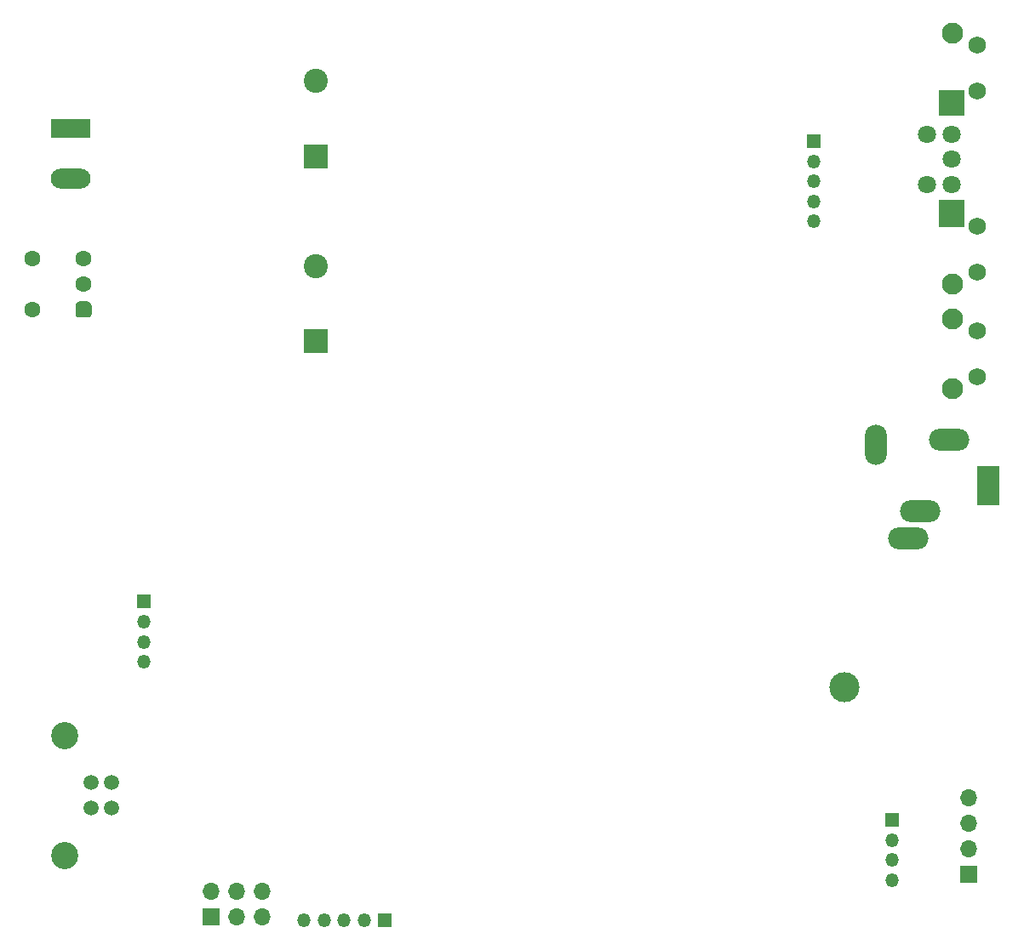
<source format=gbr>
G04 #@! TF.GenerationSoftware,KiCad,Pcbnew,(5.1.5)-3*
G04 #@! TF.CreationDate,2020-03-17T19:19:52+01:00*
G04 #@! TF.ProjectId,DykoDAC,44796b6f-4441-4432-9e6b-696361645f70,rev?*
G04 #@! TF.SameCoordinates,Original*
G04 #@! TF.FileFunction,Soldermask,Bot*
G04 #@! TF.FilePolarity,Negative*
%FSLAX46Y46*%
G04 Gerber Fmt 4.6, Leading zero omitted, Abs format (unit mm)*
G04 Created by KiCad (PCBNEW (5.1.5)-3) date 2020-03-17 19:19:52*
%MOMM*%
%LPD*%
G04 APERTURE LIST*
%ADD10R,2.200000X4.000000*%
%ADD11O,4.000000X2.200000*%
%ADD12O,2.200000X4.000000*%
%ADD13C,1.600000*%
%ADD14C,0.100000*%
%ADD15C,3.000000*%
%ADD16R,2.600000X2.700000*%
%ADD17R,2.600000X2.500000*%
%ADD18C,1.800000*%
%ADD19C,2.100000*%
%ADD20C,1.750000*%
%ADD21R,1.700000X1.700000*%
%ADD22O,1.700000X1.700000*%
%ADD23R,1.350000X1.350000*%
%ADD24O,1.350000X1.350000*%
%ADD25R,3.960000X1.980000*%
%ADD26O,3.960000X1.980000*%
%ADD27C,2.700000*%
%ADD28C,1.520000*%
%ADD29R,2.400000X2.400000*%
%ADD30C,2.400000*%
G04 APERTURE END LIST*
D10*
X145124000Y-88801000D03*
D11*
X137124000Y-94001000D03*
X138324000Y-91301000D03*
D12*
X133924000Y-84701000D03*
D11*
X141224000Y-84201000D03*
D13*
X55118000Y-66167000D03*
X55118000Y-68707000D03*
D14*
G36*
X55557207Y-70448926D02*
G01*
X55596036Y-70454686D01*
X55634114Y-70464224D01*
X55671073Y-70477448D01*
X55706559Y-70494231D01*
X55740228Y-70514412D01*
X55771757Y-70537796D01*
X55800843Y-70564157D01*
X55827204Y-70593243D01*
X55850588Y-70624772D01*
X55870769Y-70658441D01*
X55887552Y-70693927D01*
X55900776Y-70730886D01*
X55910314Y-70768964D01*
X55916074Y-70807793D01*
X55918000Y-70847000D01*
X55918000Y-71647000D01*
X55916074Y-71686207D01*
X55910314Y-71725036D01*
X55900776Y-71763114D01*
X55887552Y-71800073D01*
X55870769Y-71835559D01*
X55850588Y-71869228D01*
X55827204Y-71900757D01*
X55800843Y-71929843D01*
X55771757Y-71956204D01*
X55740228Y-71979588D01*
X55706559Y-71999769D01*
X55671073Y-72016552D01*
X55634114Y-72029776D01*
X55596036Y-72039314D01*
X55557207Y-72045074D01*
X55518000Y-72047000D01*
X54718000Y-72047000D01*
X54678793Y-72045074D01*
X54639964Y-72039314D01*
X54601886Y-72029776D01*
X54564927Y-72016552D01*
X54529441Y-71999769D01*
X54495772Y-71979588D01*
X54464243Y-71956204D01*
X54435157Y-71929843D01*
X54408796Y-71900757D01*
X54385412Y-71869228D01*
X54365231Y-71835559D01*
X54348448Y-71800073D01*
X54335224Y-71763114D01*
X54325686Y-71725036D01*
X54319926Y-71686207D01*
X54318000Y-71647000D01*
X54318000Y-70847000D01*
X54319926Y-70807793D01*
X54325686Y-70768964D01*
X54335224Y-70730886D01*
X54348448Y-70693927D01*
X54365231Y-70658441D01*
X54385412Y-70624772D01*
X54408796Y-70593243D01*
X54435157Y-70564157D01*
X54464243Y-70537796D01*
X54495772Y-70514412D01*
X54529441Y-70494231D01*
X54564927Y-70477448D01*
X54601886Y-70464224D01*
X54639964Y-70454686D01*
X54678793Y-70448926D01*
X54718000Y-70447000D01*
X55518000Y-70447000D01*
X55557207Y-70448926D01*
G37*
D13*
X50038000Y-71247000D03*
X50038000Y-66167000D03*
D15*
X130810000Y-108839000D03*
D16*
X141478000Y-61722000D03*
D17*
X141452600Y-50673000D03*
D18*
X138978000Y-58801000D03*
X138978000Y-53801000D03*
X141478000Y-58801000D03*
X141478000Y-56301000D03*
X141478000Y-53801000D03*
D19*
X141528000Y-43708000D03*
D20*
X144018000Y-44958000D03*
X144018000Y-49458000D03*
D19*
X141528000Y-50718000D03*
X141528000Y-72156000D03*
D20*
X144018000Y-73406000D03*
X144018000Y-77906000D03*
D19*
X141528000Y-79166000D03*
X141528000Y-61742000D03*
D20*
X144018000Y-62992000D03*
X144018000Y-67492000D03*
D19*
X141528000Y-68752000D03*
D21*
X143129000Y-127508000D03*
D22*
X143129000Y-124968000D03*
X143129000Y-122428000D03*
X143129000Y-119888000D03*
D23*
X135509000Y-122047000D03*
D24*
X135509000Y-124047000D03*
X135509000Y-126047000D03*
X135509000Y-128047000D03*
D23*
X127762000Y-54483000D03*
D24*
X127762000Y-56483000D03*
X127762000Y-58483000D03*
X127762000Y-60483000D03*
X127762000Y-62483000D03*
D23*
X61087000Y-100330000D03*
D24*
X61087000Y-102330000D03*
X61087000Y-104330000D03*
X61087000Y-106330000D03*
D23*
X85058000Y-132080000D03*
D24*
X83058000Y-132080000D03*
X81058000Y-132080000D03*
X79058000Y-132080000D03*
X77058000Y-132080000D03*
D25*
X53848000Y-53213000D03*
D26*
X53848000Y-58213000D03*
D27*
X53212000Y-125634000D03*
X53212000Y-113634000D03*
D28*
X55912000Y-118364000D03*
X55912000Y-120904000D03*
X57912000Y-120904000D03*
X57912000Y-118364000D03*
D21*
X67818000Y-131699000D03*
D22*
X67818000Y-129159000D03*
X70358000Y-131699000D03*
X70358000Y-129159000D03*
X72898000Y-131699000D03*
X72898000Y-129159000D03*
D29*
X78232000Y-56007000D03*
D30*
X78232000Y-48507000D03*
X78232000Y-66922000D03*
D29*
X78232000Y-74422000D03*
M02*

</source>
